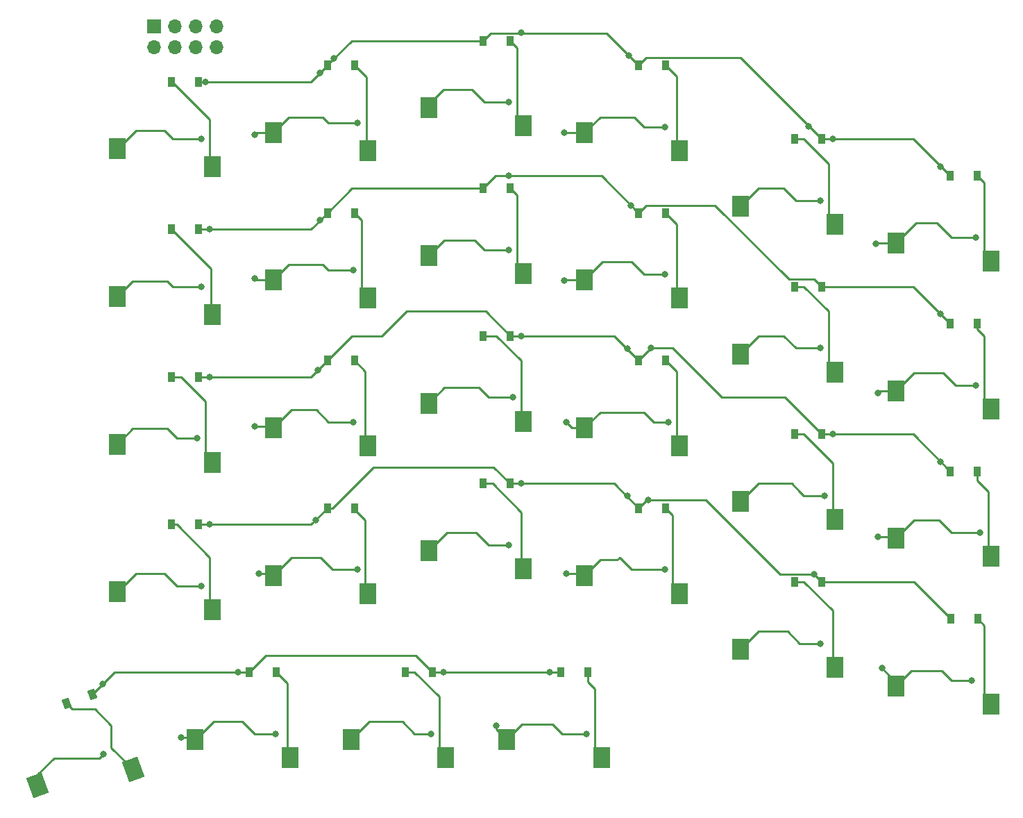
<source format=gbr>
%TF.GenerationSoftware,KiCad,Pcbnew,(6.0.10-0)*%
%TF.CreationDate,2023-01-25T23:07:09+08:00*%
%TF.ProjectId,V4,56342e6b-6963-4616-945f-706362585858,rev?*%
%TF.SameCoordinates,Original*%
%TF.FileFunction,Copper,L2,Bot*%
%TF.FilePolarity,Positive*%
%FSLAX46Y46*%
G04 Gerber Fmt 4.6, Leading zero omitted, Abs format (unit mm)*
G04 Created by KiCad (PCBNEW (6.0.10-0)) date 2023-01-25 23:07:09*
%MOMM*%
%LPD*%
G01*
G04 APERTURE LIST*
G04 Aperture macros list*
%AMRotRect*
0 Rectangle, with rotation*
0 The origin of the aperture is its center*
0 $1 length*
0 $2 width*
0 $3 Rotation angle, in degrees counterclockwise*
0 Add horizontal line*
21,1,$1,$2,0,0,$3*%
G04 Aperture macros list end*
%TA.AperFunction,ComponentPad*%
%ADD10R,1.700000X1.700000*%
%TD*%
%TA.AperFunction,ComponentPad*%
%ADD11O,1.700000X1.700000*%
%TD*%
%TA.AperFunction,SMDPad,CuDef*%
%ADD12R,2.000000X2.600000*%
%TD*%
%TA.AperFunction,SMDPad,CuDef*%
%ADD13R,0.900000X1.200000*%
%TD*%
%TA.AperFunction,SMDPad,CuDef*%
%ADD14RotRect,2.000000X2.600000X20.000000*%
%TD*%
%TA.AperFunction,SMDPad,CuDef*%
%ADD15RotRect,0.900000X1.200000X200.000000*%
%TD*%
%TA.AperFunction,ViaPad*%
%ADD16C,0.800000*%
%TD*%
%TA.AperFunction,Conductor*%
%ADD17C,0.250000*%
%TD*%
G04 APERTURE END LIST*
D10*
%TO.P,J1,1,Pin_1*%
%TO.N,Row 1*%
X148200000Y-51725000D03*
D11*
%TO.P,J1,2,Pin_2*%
%TO.N,C12*%
X148200000Y-54265000D03*
%TO.P,J1,3,Pin_3*%
%TO.N,Row 2*%
X150740000Y-51725000D03*
%TO.P,J1,4,Pin_4*%
%TO.N,C34*%
X150740000Y-54265000D03*
%TO.P,J1,5,Pin_5*%
%TO.N,Row 3*%
X153280000Y-51725000D03*
%TO.P,J1,6,Pin_6*%
%TO.N,C56*%
X153280000Y-54265000D03*
%TO.P,J1,7,Pin_7*%
%TO.N,Row 4*%
X155820000Y-51725000D03*
%TO.P,J1,8,Pin_8*%
%TO.N,Row 5*%
X155820000Y-54265000D03*
%TD*%
D12*
%TO.P,SW20,1,1*%
%TO.N,C12*%
X162745000Y-82700000D03*
%TO.P,SW20,2,2*%
%TO.N,Net-(D20-Pad1)*%
X174302000Y-84900000D03*
%TD*%
D13*
%TO.P,D11,1,K*%
%TO.N,Row 1*%
X229650000Y-65500000D03*
%TO.P,D11,2,A*%
%TO.N,Net-(D11-Pad2)*%
X226350000Y-65500000D03*
%TD*%
%TO.P,D47,1,K*%
%TO.N,Row 4*%
X229650000Y-119500000D03*
%TO.P,D47,2,A*%
%TO.N,Net-(D47-Pad2)*%
X226350000Y-119500000D03*
%TD*%
D12*
%TO.P,SW8,1,1*%
%TO.N,C12*%
X162745000Y-64699998D03*
%TO.P,SW8,2,2*%
%TO.N,Net-(D8-Pad1)*%
X174302000Y-66899998D03*
%TD*%
D13*
%TO.P,D32,1,K*%
%TO.N,Net-(D32-Pad1)*%
X172650000Y-92475000D03*
%TO.P,D32,2,A*%
%TO.N,Row 3*%
X169350000Y-92475000D03*
%TD*%
D12*
%TO.P,SW11,1,1*%
%TO.N,C56*%
X219745000Y-73700000D03*
%TO.P,SW11,2,2*%
%TO.N,Net-(D11-Pad2)*%
X231302000Y-75900000D03*
%TD*%
%TO.P,SW12,1,1*%
%TO.N,C56*%
X238745000Y-78200000D03*
%TO.P,SW12,2,2*%
%TO.N,Net-(D12-Pad1)*%
X250302000Y-80400000D03*
%TD*%
%TO.P,SW7,1,1*%
%TO.N,C12*%
X143745000Y-66700000D03*
%TO.P,SW7,2,2*%
%TO.N,Net-(D7-Pad2)*%
X155302000Y-68900000D03*
%TD*%
%TO.P,SW22,1,1*%
%TO.N,C34*%
X200745000Y-82700000D03*
%TO.P,SW22,2,2*%
%TO.N,Net-(D22-Pad1)*%
X212302000Y-84900000D03*
%TD*%
D13*
%TO.P,D21,1,K*%
%TO.N,Net-(D21-Pad1)*%
X191650000Y-71500000D03*
%TO.P,D21,2,A*%
%TO.N,Row 2*%
X188350000Y-71500000D03*
%TD*%
D12*
%TO.P,SW58,1,1*%
%TO.N,C34*%
X191245000Y-138700000D03*
%TO.P,SW58,2,2*%
%TO.N,Net-(D58-Pad1)*%
X202802000Y-140900000D03*
%TD*%
D13*
%TO.P,D56,1,K*%
%TO.N,Net-(D56-Pad1)*%
X163150000Y-130500000D03*
%TO.P,D56,2,A*%
%TO.N,Row 5*%
X159850000Y-130500000D03*
%TD*%
%TO.P,D57,1,K*%
%TO.N,Row 5*%
X182149984Y-130500000D03*
%TO.P,D57,2,A*%
%TO.N,Net-(D57-Pad2)*%
X178849984Y-130500000D03*
%TD*%
D12*
%TO.P,SW44,1,1*%
%TO.N,C12*%
X162745000Y-118700000D03*
%TO.P,SW44,2,2*%
%TO.N,Net-(D44-Pad1)*%
X174302000Y-120900000D03*
%TD*%
%TO.P,SW36,1,1*%
%TO.N,C56*%
X238745000Y-114200000D03*
%TO.P,SW36,2,2*%
%TO.N,Net-(D36-Pad1)*%
X250302000Y-116400000D03*
%TD*%
D13*
%TO.P,D23,1,K*%
%TO.N,Row 2*%
X229700000Y-83500000D03*
%TO.P,D23,2,A*%
%TO.N,Net-(D23-Pad2)*%
X226400000Y-83500000D03*
%TD*%
D12*
%TO.P,SW34,1,1*%
%TO.N,C34*%
X200745000Y-100700000D03*
%TO.P,SW34,2,2*%
%TO.N,Net-(D34-Pad1)*%
X212302000Y-102900000D03*
%TD*%
D13*
%TO.P,D31,2,A*%
%TO.N,Net-(D31-Pad2)*%
X150349998Y-94500003D03*
%TO.P,D31,1,K*%
%TO.N,Row 3*%
X153649998Y-94500003D03*
%TD*%
D14*
%TO.P,SW55,2,2*%
%TO.N,Net-(D55-Pad2)*%
X145650784Y-142378836D03*
%TO.P,SW55,1,1*%
%TO.N,C12*%
X134038312Y-144264239D03*
%TD*%
D13*
%TO.P,D46,1,K*%
%TO.N,Net-(D46-Pad1)*%
X210650000Y-110500000D03*
%TO.P,D46,2,A*%
%TO.N,Row 4*%
X207350000Y-110500000D03*
%TD*%
%TO.P,D8,1,K*%
%TO.N,Net-(D8-Pad1)*%
X172650000Y-56500000D03*
%TO.P,D8,2,A*%
%TO.N,Row 1*%
X169350000Y-56500000D03*
%TD*%
D12*
%TO.P,SW9,1,1*%
%TO.N,C34*%
X181745000Y-61700003D03*
%TO.P,SW9,2,2*%
%TO.N,Net-(D9-Pad1)*%
X193302000Y-63900003D03*
%TD*%
%TO.P,SW21,1,1*%
%TO.N,C34*%
X181745000Y-79700000D03*
%TO.P,SW21,2,2*%
%TO.N,Net-(D21-Pad1)*%
X193302000Y-81900000D03*
%TD*%
%TO.P,SW19,1,1*%
%TO.N,C12*%
X143745000Y-84700000D03*
%TO.P,SW19,2,2*%
%TO.N,Net-(D19-Pad2)*%
X155302000Y-86900000D03*
%TD*%
D13*
%TO.P,D44,1,K*%
%TO.N,Net-(D44-Pad1)*%
X172650000Y-110500000D03*
%TO.P,D44,2,A*%
%TO.N,Row 4*%
X169350000Y-110500000D03*
%TD*%
%TO.P,D24,1,K*%
%TO.N,Net-(D24-Pad1)*%
X248650000Y-88000000D03*
%TO.P,D24,2,A*%
%TO.N,Row 2*%
X245350000Y-88000000D03*
%TD*%
D12*
%TO.P,SW45,1,1*%
%TO.N,C34*%
X181745000Y-115700000D03*
%TO.P,SW45,2,2*%
%TO.N,Net-(D45-Pad2)*%
X193302000Y-117900000D03*
%TD*%
D13*
%TO.P,D35,1,K*%
%TO.N,Row 3*%
X229650000Y-101500000D03*
%TO.P,D35,2,A*%
%TO.N,Net-(D35-Pad2)*%
X226350000Y-101500000D03*
%TD*%
%TO.P,D43,1,K*%
%TO.N,Row 4*%
X153649998Y-112500003D03*
%TO.P,D43,2,A*%
%TO.N,Net-(D43-Pad2)*%
X150349998Y-112500003D03*
%TD*%
%TO.P,D9,2,A*%
%TO.N,Row 1*%
X188350000Y-53500000D03*
%TO.P,D9,1,K*%
%TO.N,Net-(D9-Pad1)*%
X191650000Y-53500000D03*
%TD*%
D12*
%TO.P,SW33,1,1*%
%TO.N,C34*%
X181745000Y-97700000D03*
%TO.P,SW33,2,2*%
%TO.N,Net-(D33-Pad2)*%
X193302000Y-99900000D03*
%TD*%
%TO.P,SW24,1,1*%
%TO.N,C56*%
X238745000Y-96200000D03*
%TO.P,SW24,2,2*%
%TO.N,Net-(D24-Pad1)*%
X250302000Y-98400000D03*
%TD*%
%TO.P,SW47,1,1*%
%TO.N,C56*%
X219745000Y-127700000D03*
%TO.P,SW47,2,2*%
%TO.N,Net-(D47-Pad2)*%
X231302000Y-129900000D03*
%TD*%
D13*
%TO.P,D7,1,K*%
%TO.N,Row 1*%
X153650000Y-58500000D03*
%TO.P,D7,2,A*%
%TO.N,Net-(D7-Pad2)*%
X150350000Y-58500000D03*
%TD*%
%TO.P,D19,1,K*%
%TO.N,Row 2*%
X153650000Y-76500000D03*
%TO.P,D19,2,A*%
%TO.N,Net-(D19-Pad2)*%
X150350000Y-76500000D03*
%TD*%
D12*
%TO.P,SW32,1,1*%
%TO.N,C12*%
X162745000Y-100700000D03*
%TO.P,SW32,2,2*%
%TO.N,Net-(D32-Pad1)*%
X174302000Y-102900000D03*
%TD*%
%TO.P,SW10,1,1*%
%TO.N,C34*%
X200745000Y-64700000D03*
%TO.P,SW10,2,2*%
%TO.N,Net-(D10-Pad1)*%
X212302000Y-66900000D03*
%TD*%
%TO.P,SW35,1,1*%
%TO.N,C56*%
X219745000Y-109700000D03*
%TO.P,SW35,2,2*%
%TO.N,Net-(D35-Pad2)*%
X231302000Y-111900000D03*
%TD*%
%TO.P,SW43,1,1*%
%TO.N,C12*%
X143745000Y-120700000D03*
%TO.P,SW43,2,2*%
%TO.N,Net-(D43-Pad2)*%
X155302000Y-122900000D03*
%TD*%
%TO.P,SW31,1,1*%
%TO.N,C12*%
X143745000Y-102700000D03*
%TO.P,SW31,2,2*%
%TO.N,Net-(D31-Pad2)*%
X155302000Y-104900000D03*
%TD*%
D13*
%TO.P,D12,1,K*%
%TO.N,Net-(D12-Pad1)*%
X248650000Y-70000000D03*
%TO.P,D12,2,A*%
%TO.N,Row 1*%
X245350000Y-70000000D03*
%TD*%
%TO.P,D20,2,A*%
%TO.N,Row 2*%
X169350000Y-74500000D03*
%TO.P,D20,1,K*%
%TO.N,Net-(D20-Pad1)*%
X172650000Y-74500000D03*
%TD*%
%TO.P,D33,1,K*%
%TO.N,Row 3*%
X191650000Y-89500000D03*
%TO.P,D33,2,A*%
%TO.N,Net-(D33-Pad2)*%
X188350000Y-89500000D03*
%TD*%
%TO.P,D10,1,K*%
%TO.N,Net-(D10-Pad1)*%
X210650000Y-56500000D03*
%TO.P,D10,2,A*%
%TO.N,Row 1*%
X207350000Y-56500000D03*
%TD*%
%TO.P,D22,1,K*%
%TO.N,Net-(D22-Pad1)*%
X210650000Y-74500000D03*
%TO.P,D22,2,A*%
%TO.N,Row 2*%
X207350000Y-74500000D03*
%TD*%
%TO.P,D45,1,K*%
%TO.N,Row 4*%
X191650000Y-107500000D03*
%TO.P,D45,2,A*%
%TO.N,Net-(D45-Pad2)*%
X188350000Y-107500000D03*
%TD*%
D12*
%TO.P,SW23,1,1*%
%TO.N,C56*%
X219745000Y-91700000D03*
%TO.P,SW23,2,2*%
%TO.N,Net-(D23-Pad2)*%
X231302000Y-93900000D03*
%TD*%
%TO.P,SW48,1,1*%
%TO.N,C56*%
X238745000Y-132200000D03*
%TO.P,SW48,2,2*%
%TO.N,Net-(D48-Pad1)*%
X250302000Y-134400000D03*
%TD*%
%TO.P,SW46,1,1*%
%TO.N,C34*%
X200745000Y-118700000D03*
%TO.P,SW46,2,2*%
%TO.N,Net-(D46-Pad1)*%
X212302000Y-120900000D03*
%TD*%
D13*
%TO.P,D58,1,K*%
%TO.N,Net-(D58-Pad1)*%
X201150000Y-130500000D03*
%TO.P,D58,2,A*%
%TO.N,Row 5*%
X197850000Y-130500000D03*
%TD*%
%TO.P,D34,1,K*%
%TO.N,Net-(D34-Pad1)*%
X210650000Y-92500000D03*
%TO.P,D34,2,A*%
%TO.N,Row 3*%
X207350000Y-92500000D03*
%TD*%
D12*
%TO.P,SW56,1,1*%
%TO.N,C12*%
X153244996Y-138700000D03*
%TO.P,SW56,2,2*%
%TO.N,Net-(D56-Pad1)*%
X164801996Y-140900000D03*
%TD*%
D15*
%TO.P,D55,2,A*%
%TO.N,Net-(D55-Pad2)*%
X137573172Y-134307972D03*
%TO.P,D55,1,K*%
%TO.N,Row 5*%
X140674158Y-133179306D03*
%TD*%
D12*
%TO.P,SW57,1,1*%
%TO.N,C34*%
X172245000Y-138700000D03*
%TO.P,SW57,2,2*%
%TO.N,Net-(D57-Pad2)*%
X183802000Y-140900000D03*
%TD*%
D13*
%TO.P,D36,1,K*%
%TO.N,Net-(D36-Pad1)*%
X248650000Y-106000000D03*
%TO.P,D36,2,A*%
%TO.N,Row 3*%
X245350000Y-106000000D03*
%TD*%
%TO.P,D48,1,K*%
%TO.N,Net-(D48-Pad1)*%
X248700000Y-124000000D03*
%TO.P,D48,2,A*%
%TO.N,Row 4*%
X245400000Y-124000000D03*
%TD*%
D16*
%TO.N,C56*%
X249000000Y-113500000D03*
%TO.N,Row 3*%
X244175000Y-104825000D03*
X231000000Y-101500000D03*
%TO.N,C56*%
X230000000Y-109000000D03*
X248000000Y-131500000D03*
X236500000Y-114000000D03*
X237000000Y-130000000D03*
X229500000Y-127000000D03*
%TO.N,Row 4*%
X228725000Y-118575000D03*
X208500000Y-109500000D03*
%TO.N,C34*%
X211000000Y-100000000D03*
%TO.N,Row 3*%
X208850000Y-91000000D03*
%TO.N,C56*%
X248500000Y-95500000D03*
%TO.N,Row 2*%
X244175000Y-86825000D03*
%TO.N,C56*%
X236500000Y-96500000D03*
X229500000Y-91000000D03*
%TO.N,Row 2*%
X206425000Y-73575000D03*
%TO.N,C34*%
X210500000Y-82000000D03*
X198255000Y-82745000D03*
X191500000Y-79000000D03*
%TO.N,Row 2*%
X191500000Y-70000000D03*
%TO.N,C34*%
X210500000Y-118000000D03*
X198500000Y-118500000D03*
X191500000Y-115000000D03*
X198500000Y-100000000D03*
X192000000Y-97000000D03*
%TO.N,Row 3*%
X205925000Y-91075000D03*
X193000000Y-89500000D03*
%TO.N,Row 4*%
X206000000Y-109000000D03*
X193000000Y-107500000D03*
%TO.N,C34*%
X201000000Y-138000000D03*
%TO.N,Row 5*%
X196500000Y-130500000D03*
X183500000Y-130500000D03*
%TO.N,C34*%
X190000000Y-137000000D03*
X182000000Y-138000000D03*
%TO.N,Row 5*%
X158500000Y-130500000D03*
X141926732Y-131926732D03*
%TO.N,C12*%
X172500000Y-100000000D03*
%TO.N,Row 4*%
X167925000Y-111925000D03*
X154999997Y-112500003D03*
%TO.N,C12*%
X160500000Y-100500000D03*
%TO.N,Row 3*%
X168162500Y-93662500D03*
X154999997Y-94500003D03*
%TO.N,C12*%
X163000000Y-138000000D03*
X151500000Y-138500000D03*
X142000000Y-140500000D03*
X173000000Y-118000000D03*
X161000000Y-118500000D03*
X154000000Y-120000000D03*
X153500000Y-102000000D03*
%TO.N,C56*%
X248500000Y-77500000D03*
X236255000Y-78245000D03*
X229500000Y-73000000D03*
%TO.N,Row 1*%
X244175000Y-68825000D03*
X231000000Y-65500000D03*
%TO.N,C34*%
X210500000Y-64000000D03*
X198255000Y-64755000D03*
X191500000Y-61000000D03*
%TO.N,Row 1*%
X228075000Y-63925000D03*
X206175000Y-55325000D03*
X193000000Y-52500000D03*
X170174999Y-55674999D03*
%TO.N,C12*%
X172500000Y-81500000D03*
X173000000Y-63500000D03*
%TO.N,Row 2*%
X168425000Y-75425000D03*
X155000000Y-76500000D03*
%TO.N,C12*%
X160500000Y-82500000D03*
X154000000Y-83500000D03*
X154000000Y-65500000D03*
X160500000Y-65000000D03*
%TO.N,Row 1*%
X168425000Y-57425000D03*
X154500000Y-58500000D03*
%TD*%
D17*
%TO.N,C56*%
X238745000Y-114200000D02*
X240945000Y-112000000D01*
X245500000Y-113500000D02*
X249000000Y-113500000D01*
X240945000Y-112000000D02*
X244000000Y-112000000D01*
X244000000Y-112000000D02*
X245500000Y-113500000D01*
%TO.N,Net-(D36-Pad1)*%
X248650000Y-106000000D02*
X248650000Y-107150000D01*
X248650000Y-107150000D02*
X250000000Y-108500000D01*
X250000000Y-108500000D02*
X250000000Y-116098000D01*
X250000000Y-116098000D02*
X250302000Y-116400000D01*
%TO.N,Row 3*%
X229650000Y-101500000D02*
X240850000Y-101500000D01*
X240850000Y-101500000D02*
X245350000Y-106000000D01*
%TO.N,C56*%
X219745000Y-109700000D02*
X221945000Y-107500000D01*
X226000000Y-107500000D02*
X227000000Y-108500000D01*
X222500000Y-107500000D02*
X226000000Y-107500000D01*
X221945000Y-107500000D02*
X222500000Y-107500000D01*
X227000000Y-108500000D02*
X227500000Y-109000000D01*
X227500000Y-109000000D02*
X230000000Y-109000000D01*
%TO.N,Net-(D35-Pad2)*%
X226350000Y-101500000D02*
X227500000Y-101500000D01*
X227500000Y-101500000D02*
X231000000Y-105000000D01*
X231000000Y-105000000D02*
X231000000Y-111598000D01*
X231000000Y-111598000D02*
X231302000Y-111900000D01*
%TO.N,C56*%
X238745000Y-132200000D02*
X240620001Y-130324999D01*
X240620001Y-130324999D02*
X244324999Y-130324999D01*
X244324999Y-130324999D02*
X245500000Y-131500000D01*
X245500000Y-131500000D02*
X248000000Y-131500000D01*
%TO.N,Net-(D48-Pad1)*%
X248700000Y-124000000D02*
X249500000Y-124800000D01*
X249500000Y-124800000D02*
X249500000Y-133598000D01*
X249500000Y-133598000D02*
X250302000Y-134400000D01*
%TO.N,Row 4*%
X229650000Y-119500000D02*
X240900000Y-119500000D01*
X240900000Y-119500000D02*
X245400000Y-124000000D01*
%TO.N,C56*%
X238745000Y-114200000D02*
X238545000Y-114000000D01*
X238545000Y-114000000D02*
X236500000Y-114000000D01*
X237000000Y-130000000D02*
X238745000Y-131745000D01*
X238745000Y-131745000D02*
X238745000Y-132200000D01*
X221945000Y-125500000D02*
X222500000Y-125500000D01*
X219745000Y-127700000D02*
X221945000Y-125500000D01*
X225500000Y-125500000D02*
X227000000Y-127000000D01*
X222500000Y-125500000D02*
X225500000Y-125500000D01*
X227000000Y-127000000D02*
X229500000Y-127000000D01*
%TO.N,Net-(D47-Pad2)*%
X226350000Y-119500000D02*
X227500000Y-119500000D01*
X227500000Y-119500000D02*
X231000000Y-123000000D01*
X231000000Y-123000000D02*
X231000000Y-129598000D01*
X231000000Y-129598000D02*
X231302000Y-129900000D01*
%TO.N,Row 4*%
X208350000Y-109500000D02*
X208500000Y-109500000D01*
X208500000Y-109500000D02*
X215500000Y-109500000D01*
X207350000Y-110500000D02*
X208350000Y-109500000D01*
X215500000Y-109500000D02*
X224575000Y-118575000D01*
X228725000Y-118575000D02*
X229650000Y-119500000D01*
X224575000Y-118575000D02*
X228725000Y-118575000D01*
%TO.N,C34*%
X200745000Y-100700000D02*
X202620001Y-98824999D01*
X202620001Y-98824999D02*
X208031925Y-98824999D01*
X208031925Y-98824999D02*
X209206926Y-100000000D01*
X209206926Y-100000000D02*
X211000000Y-100000000D01*
%TO.N,Row 3*%
X207350000Y-92500000D02*
X208850000Y-91000000D01*
X208850000Y-91000000D02*
X211500000Y-91000000D01*
X211500000Y-91000000D02*
X217500000Y-97000000D01*
X217500000Y-97000000D02*
X225150000Y-97000000D01*
X225150000Y-97000000D02*
X229650000Y-101500000D01*
%TO.N,Net-(D34-Pad1)*%
X210650000Y-92500000D02*
X212000000Y-93850000D01*
X212000000Y-93850000D02*
X212000000Y-102598000D01*
X212000000Y-102598000D02*
X212302000Y-102900000D01*
%TO.N,C56*%
X240945000Y-94000000D02*
X241500000Y-94000000D01*
X244500000Y-94000000D02*
X246000000Y-95500000D01*
X246000000Y-95500000D02*
X248500000Y-95500000D01*
X238745000Y-96200000D02*
X240945000Y-94000000D01*
X241500000Y-94000000D02*
X244500000Y-94000000D01*
%TO.N,Net-(D24-Pad1)*%
X248650000Y-88000000D02*
X248650000Y-88650000D01*
X248650000Y-88650000D02*
X249500000Y-89500000D01*
X249500000Y-97598000D02*
X250302000Y-98400000D01*
X249500000Y-89500000D02*
X249500000Y-97598000D01*
%TO.N,C56*%
X238745000Y-96200000D02*
X236800000Y-96200000D01*
X236800000Y-96200000D02*
X236500000Y-96500000D01*
X219745000Y-91700000D02*
X221945000Y-89500000D01*
X225000000Y-89500000D02*
X226500000Y-91000000D01*
X221945000Y-89500000D02*
X222000000Y-89500000D01*
X222000000Y-89500000D02*
X225000000Y-89500000D01*
X226500000Y-91000000D02*
X229500000Y-91000000D01*
%TO.N,Net-(D23-Pad2)*%
X226400000Y-83500000D02*
X227500000Y-83500000D01*
X227500000Y-83500000D02*
X230500000Y-86500000D01*
X230500000Y-86500000D02*
X230500000Y-93098000D01*
X230500000Y-93098000D02*
X231302000Y-93900000D01*
%TO.N,C34*%
X200745000Y-82700000D02*
X202945000Y-80500000D01*
X202945000Y-80500000D02*
X206500000Y-80500000D01*
X208000000Y-82000000D02*
X210500000Y-82000000D01*
X206500000Y-80500000D02*
X208000000Y-82000000D01*
%TO.N,Net-(D22-Pad1)*%
X210650000Y-74500000D02*
X212000000Y-75850000D01*
X212000000Y-75850000D02*
X212000000Y-84598000D01*
X212000000Y-84598000D02*
X212302000Y-84900000D01*
%TO.N,Row 2*%
X191500000Y-70000000D02*
X202850000Y-70000000D01*
X202850000Y-70000000D02*
X207350000Y-74500000D01*
X207350000Y-74500000D02*
X208275000Y-73575000D01*
X208275000Y-73575000D02*
X216670000Y-73575000D01*
X216670000Y-73575000D02*
X225670000Y-82575000D01*
X225670000Y-82575000D02*
X228775000Y-82575000D01*
X228775000Y-82575000D02*
X229700000Y-83500000D01*
%TO.N,C34*%
X200745000Y-82700000D02*
X198300000Y-82700000D01*
X198300000Y-82700000D02*
X198255000Y-82745000D01*
X181745000Y-79700000D02*
X183620001Y-77824999D01*
X188500000Y-79000000D02*
X191500000Y-79000000D01*
X183620001Y-77824999D02*
X187324999Y-77824999D01*
X187324999Y-77824999D02*
X188500000Y-79000000D01*
%TO.N,Row 2*%
X189850000Y-70000000D02*
X191500000Y-70000000D01*
%TO.N,Net-(D21-Pad1)*%
X191650000Y-71500000D02*
X192500000Y-72350000D01*
X192500000Y-72350000D02*
X192500000Y-81098000D01*
%TO.N,Row 2*%
X188350000Y-71500000D02*
X189850000Y-70000000D01*
X229700000Y-83500000D02*
X240850000Y-83500000D01*
X240850000Y-83500000D02*
X245350000Y-88000000D01*
X169350000Y-74500000D02*
X172350000Y-71500000D01*
X172350000Y-71500000D02*
X188350000Y-71500000D01*
%TO.N,C34*%
X204675001Y-116824999D02*
X205000000Y-116500000D01*
X200745000Y-118700000D02*
X202620001Y-116824999D01*
X202620001Y-116824999D02*
X204675001Y-116824999D01*
X205000000Y-116500000D02*
X206500000Y-118000000D01*
X206500000Y-118000000D02*
X210500000Y-118000000D01*
%TO.N,Net-(D46-Pad1)*%
X210650000Y-110500000D02*
X211500000Y-111350000D01*
X211500000Y-111350000D02*
X211500000Y-120098000D01*
%TO.N,C34*%
X198500000Y-118500000D02*
X200545000Y-118500000D01*
X181745000Y-115700000D02*
X183945000Y-113500000D01*
X187500000Y-113500000D02*
X189000000Y-115000000D01*
X183945000Y-113500000D02*
X187500000Y-113500000D01*
X189000000Y-115000000D02*
X191500000Y-115000000D01*
X198500000Y-100000000D02*
X199200000Y-100700000D01*
X199200000Y-100700000D02*
X200745000Y-100700000D01*
X181745000Y-97700000D02*
X183620001Y-95824999D01*
X183620001Y-95824999D02*
X187824999Y-95824999D01*
X189000000Y-97000000D02*
X192000000Y-97000000D01*
X187824999Y-95824999D02*
X189000000Y-97000000D01*
%TO.N,Net-(D33-Pad2)*%
X188350000Y-89500000D02*
X190000000Y-89500000D01*
X190000000Y-89500000D02*
X193000000Y-92500000D01*
X193000000Y-92500000D02*
X193000000Y-99598000D01*
%TO.N,Row 3*%
X191650000Y-89500000D02*
X204350000Y-89500000D01*
X204350000Y-89500000D02*
X207350000Y-92500000D01*
X169350000Y-92475000D02*
X172325000Y-89500000D01*
X172325000Y-89500000D02*
X176000000Y-89500000D01*
X176000000Y-89500000D02*
X179000000Y-86500000D01*
X179000000Y-86500000D02*
X188650000Y-86500000D01*
X188650000Y-86500000D02*
X191650000Y-89500000D01*
%TO.N,Net-(D45-Pad2)*%
X188350000Y-107500000D02*
X189500000Y-107500000D01*
X189500000Y-107500000D02*
X193000000Y-111000000D01*
X193000000Y-111000000D02*
X193000000Y-117598000D01*
%TO.N,Row 4*%
X191650000Y-107500000D02*
X204350000Y-107500000D01*
X204350000Y-107500000D02*
X207350000Y-110500000D01*
X169350000Y-110500000D02*
X170000000Y-110500000D01*
X170000000Y-110500000D02*
X175000000Y-105500000D01*
X175000000Y-105500000D02*
X189650000Y-105500000D01*
X189650000Y-105500000D02*
X191650000Y-107500000D01*
%TO.N,C34*%
X191245000Y-138700000D02*
X193120001Y-136824999D01*
X193120001Y-136824999D02*
X196824999Y-136824999D01*
X198000000Y-138000000D02*
X201000000Y-138000000D01*
X196824999Y-136824999D02*
X198000000Y-138000000D01*
%TO.N,Net-(D58-Pad1)*%
X201150000Y-130500000D02*
X201150000Y-131650000D01*
X202000000Y-132500000D02*
X202000000Y-140098000D01*
X201150000Y-131650000D02*
X202000000Y-132500000D01*
%TO.N,Row 5*%
X182149984Y-130500000D02*
X183500000Y-130500000D01*
X183500000Y-130500000D02*
X197850000Y-130500000D01*
%TO.N,C34*%
X191245000Y-138700000D02*
X190000000Y-137455000D01*
X190000000Y-137455000D02*
X190000000Y-137000000D01*
X174500000Y-136500000D02*
X178500000Y-136500000D01*
X180000000Y-138000000D02*
X182000000Y-138000000D01*
X172300000Y-138700000D02*
X174500000Y-136500000D01*
X178500000Y-136500000D02*
X180000000Y-138000000D01*
%TO.N,Net-(D57-Pad2)*%
X178849984Y-130500000D02*
X180000000Y-130500000D01*
X180000000Y-130500000D02*
X183000000Y-133500000D01*
X183000000Y-133500000D02*
X183000000Y-140098000D01*
%TO.N,Row 5*%
X159850000Y-130500000D02*
X161850000Y-128500000D01*
X161850000Y-128500000D02*
X180149984Y-128500000D01*
X180149984Y-128500000D02*
X182149984Y-130500000D01*
X140674158Y-133179306D02*
X141926732Y-131926732D01*
X141926732Y-131926732D02*
X143353464Y-130500000D01*
X143353464Y-130500000D02*
X159850000Y-130500000D01*
%TO.N,C12*%
X162745000Y-100700000D02*
X164945000Y-98500000D01*
X164945000Y-98500000D02*
X168000000Y-98500000D01*
X168000000Y-98500000D02*
X169500000Y-100000000D01*
X169500000Y-100000000D02*
X172500000Y-100000000D01*
%TO.N,Row 4*%
X153649998Y-112500003D02*
X154999997Y-112500003D01*
X154999997Y-112500003D02*
X167349997Y-112500003D01*
X167349997Y-112500003D02*
X169350000Y-110500000D01*
%TO.N,Net-(D32-Pad1)*%
X172650000Y-92475000D02*
X174000000Y-93825000D01*
X174000000Y-93825000D02*
X174000000Y-102598000D01*
%TO.N,C12*%
X162545000Y-100500000D02*
X160500000Y-100500000D01*
%TO.N,Row 3*%
X167324997Y-94500003D02*
X168162500Y-93662500D01*
X168162500Y-93662500D02*
X169350000Y-92475000D01*
X153649998Y-94500003D02*
X154999997Y-94500003D01*
X154999997Y-94500003D02*
X167324997Y-94500003D01*
%TO.N,C12*%
X159000000Y-136500000D02*
X160500000Y-138000000D01*
X153300000Y-138700000D02*
X155500000Y-136500000D01*
X155500000Y-136500000D02*
X159000000Y-136500000D01*
X160500000Y-138000000D02*
X163000000Y-138000000D01*
%TO.N,Net-(D56-Pad1)*%
X163150000Y-130500000D02*
X164500000Y-131850000D01*
X164500000Y-131850000D02*
X164500000Y-140598004D01*
%TO.N,C12*%
X151500000Y-138500000D02*
X153044996Y-138500000D01*
X134038312Y-142961688D02*
X136000000Y-141000000D01*
X134038312Y-144264239D02*
X134038312Y-142961688D01*
X136000000Y-141000000D02*
X141500000Y-141000000D01*
X141500000Y-141000000D02*
X142000000Y-140500000D01*
%TO.N,Net-(D55-Pad2)*%
X137573172Y-134307972D02*
X138265200Y-135000000D01*
X141000000Y-135000000D02*
X143000000Y-137000000D01*
X143000000Y-139728052D02*
X145650784Y-142378836D01*
X138265200Y-135000000D02*
X141000000Y-135000000D01*
X143000000Y-137000000D02*
X143000000Y-139728052D01*
%TO.N,C12*%
X162745000Y-118700000D02*
X164945000Y-116500000D01*
X164945000Y-116500000D02*
X165000000Y-116500000D01*
X165000000Y-116500000D02*
X168500000Y-116500000D01*
X168500000Y-116500000D02*
X170000000Y-118000000D01*
X170000000Y-118000000D02*
X173000000Y-118000000D01*
X161000000Y-118500000D02*
X162545000Y-118500000D01*
X143800000Y-120700000D02*
X146000000Y-118500000D01*
X146000000Y-118500000D02*
X149500000Y-118500000D01*
X149500000Y-118500000D02*
X151000000Y-120000000D01*
X151000000Y-120000000D02*
X154000000Y-120000000D01*
%TO.N,Net-(D43-Pad2)*%
X150349998Y-112500003D02*
X151000003Y-112500003D01*
X151000003Y-112500003D02*
X155000000Y-116500000D01*
X155000000Y-116500000D02*
X155000000Y-122598000D01*
%TO.N,Net-(D44-Pad1)*%
X172650000Y-110650000D02*
X174000000Y-112000000D01*
X174000000Y-112000000D02*
X174000000Y-120598000D01*
%TO.N,C12*%
X143745000Y-102700000D02*
X145620001Y-100824999D01*
X145620001Y-100824999D02*
X149824999Y-100824999D01*
X151000000Y-102000000D02*
X153500000Y-102000000D01*
X149824999Y-100824999D02*
X151000000Y-102000000D01*
%TO.N,Net-(D31-Pad2)*%
X150349998Y-94500003D02*
X151500003Y-94500003D01*
X151500003Y-94500003D02*
X154500000Y-97500000D01*
X154500000Y-97500000D02*
X154500000Y-104098000D01*
%TO.N,C56*%
X238745000Y-78200000D02*
X241219999Y-75725001D01*
X241219999Y-75725001D02*
X243725001Y-75725001D01*
X243725001Y-75725001D02*
X245500000Y-77500000D01*
X245500000Y-77500000D02*
X248500000Y-77500000D01*
X238745000Y-78200000D02*
X236300000Y-78200000D01*
X236300000Y-78200000D02*
X236255000Y-78245000D01*
X225000000Y-71500000D02*
X226500000Y-73000000D01*
X221945000Y-71500000D02*
X225000000Y-71500000D01*
X219745000Y-73700000D02*
X221945000Y-71500000D01*
X226500000Y-73000000D02*
X229500000Y-73000000D01*
%TO.N,Net-(D12-Pad1)*%
X248650000Y-70000000D02*
X249500000Y-70850000D01*
X249500000Y-70850000D02*
X249500000Y-79598000D01*
%TO.N,Row 1*%
X229650000Y-65500000D02*
X240850000Y-65500000D01*
X240850000Y-65500000D02*
X245350000Y-70000000D01*
%TO.N,Net-(D11-Pad2)*%
X226350000Y-65500000D02*
X227500000Y-65500000D01*
X227500000Y-65500000D02*
X230500000Y-68500000D01*
X230500000Y-68500000D02*
X230500000Y-75098000D01*
%TO.N,C34*%
X206824999Y-62824999D02*
X208000000Y-64000000D01*
X202620001Y-62824999D02*
X206824999Y-62824999D01*
X208000000Y-64000000D02*
X210500000Y-64000000D01*
X200745000Y-64700000D02*
X202620001Y-62824999D01*
X200745000Y-64700000D02*
X198310000Y-64700000D01*
X198310000Y-64700000D02*
X198255000Y-64755000D01*
X181745000Y-61255000D02*
X183500000Y-59500000D01*
X187000000Y-59500000D02*
X188500000Y-61000000D01*
X188500000Y-61000000D02*
X191500000Y-61000000D01*
X183500000Y-59500000D02*
X187000000Y-59500000D01*
%TO.N,Row 1*%
X207350000Y-56500000D02*
X208275000Y-55575000D01*
X208275000Y-55575000D02*
X219725000Y-55575000D01*
X219725000Y-55575000D02*
X229650000Y-65500000D01*
%TO.N,Net-(D10-Pad1)*%
X210650000Y-56500000D02*
X212000000Y-57850000D01*
X212000000Y-57850000D02*
X212000000Y-66598000D01*
%TO.N,Net-(D9-Pad1)*%
X191650000Y-53500000D02*
X192500000Y-54350000D01*
X192500000Y-54350000D02*
X192500000Y-63098003D01*
%TO.N,Row 1*%
X172349998Y-53500000D02*
X188350000Y-53500000D01*
X170174999Y-55674999D02*
X172349998Y-53500000D01*
X188350000Y-53500000D02*
X189275000Y-52575000D01*
X189275000Y-52575000D02*
X203425000Y-52575000D01*
X203425000Y-52575000D02*
X207350000Y-56500000D01*
X169350000Y-56500000D02*
X170174999Y-55674999D01*
%TO.N,C12*%
X162745000Y-82700000D02*
X164620001Y-80824999D01*
X164620001Y-80824999D02*
X168824999Y-80824999D01*
X168824999Y-80824999D02*
X169500000Y-81500000D01*
X169500000Y-81500000D02*
X172500000Y-81500000D01*
%TO.N,Net-(D20-Pad1)*%
X172650000Y-74500000D02*
X173500000Y-75350000D01*
X173500000Y-75350000D02*
X173500000Y-84098000D01*
%TO.N,C12*%
X162745000Y-64699998D02*
X164620001Y-62824997D01*
X164620001Y-62824997D02*
X168824997Y-62824997D01*
X168824997Y-62824997D02*
X169500000Y-63500000D01*
X169500000Y-63500000D02*
X173000000Y-63500000D01*
%TO.N,Net-(D8-Pad1)*%
X174124999Y-66722997D02*
X174124999Y-57974999D01*
X174124999Y-57974999D02*
X172650000Y-56500000D01*
%TO.N,C12*%
X162745000Y-82700000D02*
X160700000Y-82700000D01*
X160700000Y-82700000D02*
X160500000Y-82500000D01*
X143745000Y-84700000D02*
X145620001Y-82824999D01*
X145620001Y-82824999D02*
X149824999Y-82824999D01*
X149824999Y-82824999D02*
X150500000Y-83500000D01*
X150500000Y-83500000D02*
X154000000Y-83500000D01*
%TO.N,Net-(D19-Pad2)*%
X150350000Y-76500000D02*
X155124999Y-81274999D01*
X155124999Y-81274999D02*
X155124999Y-86722999D01*
%TO.N,Row 2*%
X153650000Y-76500000D02*
X167350000Y-76500000D01*
X167350000Y-76500000D02*
X169350000Y-74500000D01*
%TO.N,Net-(D7-Pad2)*%
X155000000Y-68598000D02*
X155000000Y-63100000D01*
X155000000Y-63100000D02*
X150400000Y-58500000D01*
%TO.N,C12*%
X149500000Y-64500000D02*
X150500000Y-65500000D01*
X143800000Y-66700000D02*
X146000000Y-64500000D01*
X146000000Y-64500000D02*
X149500000Y-64500000D01*
X150500000Y-65500000D02*
X154000000Y-65500000D01*
X162745000Y-64699998D02*
X160800002Y-64699998D01*
X160800002Y-64699998D02*
X160500000Y-65000000D01*
%TO.N,Row 1*%
X167350000Y-58500000D02*
X168425000Y-57425000D01*
X168425000Y-57425000D02*
X169350000Y-56500000D01*
X153700000Y-58500000D02*
X154500000Y-58500000D01*
X154500000Y-58500000D02*
X167350000Y-58500000D01*
%TD*%
M02*

</source>
